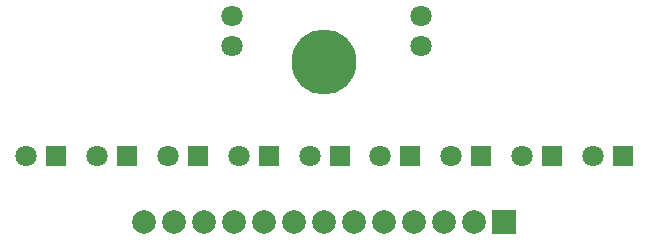
<source format=gbs>
G04 #@! TF.GenerationSoftware,KiCad,Pcbnew,8.0.1*
G04 #@! TF.CreationDate,2024-06-04T21:42:42+02:00*
G04 #@! TF.ProjectId,BMW E30 VFL SI Indicator,424d5720-4533-4302-9056-464c20534920,rev?*
G04 #@! TF.SameCoordinates,Original*
G04 #@! TF.FileFunction,Soldermask,Bot*
G04 #@! TF.FilePolarity,Negative*
%FSLAX46Y46*%
G04 Gerber Fmt 4.6, Leading zero omitted, Abs format (unit mm)*
G04 Created by KiCad (PCBNEW 8.0.1) date 2024-06-04 21:42:42*
%MOMM*%
%LPD*%
G01*
G04 APERTURE LIST*
%ADD10R,2.000000X2.000000*%
%ADD11C,2.000000*%
%ADD12R,1.800000X1.800000*%
%ADD13C,1.800000*%
%ADD14C,5.500000*%
G04 APERTURE END LIST*
D10*
X165540000Y-91600000D03*
D11*
X163000000Y-91600000D03*
X160460000Y-91600000D03*
X157920000Y-91600000D03*
X155380000Y-91600000D03*
X152840000Y-91600000D03*
X150300000Y-91600000D03*
X147760000Y-91600000D03*
X145220000Y-91600000D03*
X142680000Y-91600000D03*
X140140000Y-91600000D03*
X137600000Y-91600000D03*
X135060000Y-91600000D03*
D12*
X151575000Y-86000000D03*
D13*
X149035000Y-86000000D03*
D12*
X127575000Y-86000000D03*
D13*
X125035000Y-86000000D03*
D12*
X175575000Y-86000000D03*
D13*
X173035000Y-86000000D03*
D12*
X157575000Y-86000000D03*
D13*
X155035000Y-86000000D03*
D12*
X145575000Y-86000000D03*
D13*
X143035000Y-86000000D03*
D12*
X139575000Y-86000000D03*
D13*
X137035000Y-86000000D03*
D12*
X133575000Y-86000000D03*
D13*
X131035000Y-86000000D03*
X158500000Y-76700000D03*
X158500000Y-74160000D03*
X142500000Y-74160000D03*
X142500000Y-76700000D03*
D12*
X163575000Y-86000000D03*
D13*
X161035000Y-86000000D03*
D14*
X150300000Y-78000000D03*
D12*
X169575000Y-86000000D03*
D13*
X167035000Y-86000000D03*
M02*

</source>
